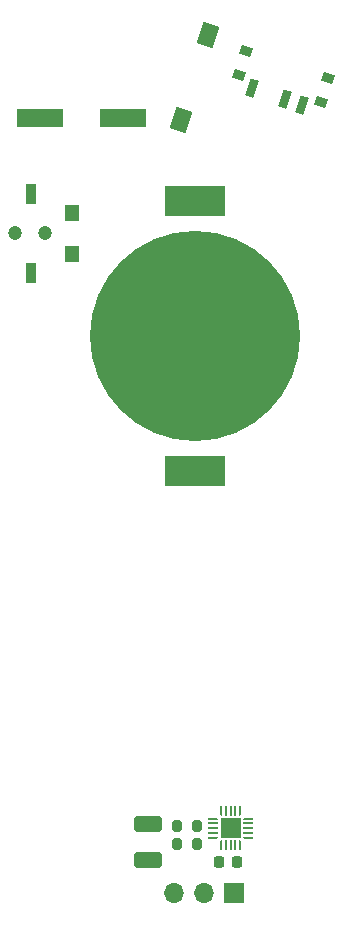
<source format=gbs>
G04 #@! TF.GenerationSoftware,KiCad,Pcbnew,7.0.2*
G04 #@! TF.CreationDate,2023-07-19T18:17:07-07:00*
G04 #@! TF.ProjectId,dc31-badge-sao,64633331-2d62-4616-9467-652d73616f2e,rev?*
G04 #@! TF.SameCoordinates,Original*
G04 #@! TF.FileFunction,Soldermask,Bot*
G04 #@! TF.FilePolarity,Negative*
%FSLAX46Y46*%
G04 Gerber Fmt 4.6, Leading zero omitted, Abs format (unit mm)*
G04 Created by KiCad (PCBNEW 7.0.2) date 2023-07-19 18:17:07*
%MOMM*%
%LPD*%
G01*
G04 APERTURE LIST*
G04 Aperture macros list*
%AMRoundRect*
0 Rectangle with rounded corners*
0 $1 Rounding radius*
0 $2 $3 $4 $5 $6 $7 $8 $9 X,Y pos of 4 corners*
0 Add a 4 corners polygon primitive as box body*
4,1,4,$2,$3,$4,$5,$6,$7,$8,$9,$2,$3,0*
0 Add four circle primitives for the rounded corners*
1,1,$1+$1,$2,$3*
1,1,$1+$1,$4,$5*
1,1,$1+$1,$6,$7*
1,1,$1+$1,$8,$9*
0 Add four rect primitives between the rounded corners*
20,1,$1+$1,$2,$3,$4,$5,0*
20,1,$1+$1,$4,$5,$6,$7,0*
20,1,$1+$1,$6,$7,$8,$9,0*
20,1,$1+$1,$8,$9,$2,$3,0*%
%AMRotRect*
0 Rectangle, with rotation*
0 The origin of the aperture is its center*
0 $1 length*
0 $2 width*
0 $3 Rotation angle, in degrees counterclockwise*
0 Add horizontal line*
21,1,$1,$2,0,0,$3*%
%AMFreePoly0*
4,1,14,0.085355,0.385355,0.100000,0.350000,0.100000,-0.350000,0.085355,-0.385355,0.050000,-0.400000,-0.050000,-0.400000,-0.085355,-0.385355,-0.100000,-0.350000,-0.100000,0.299289,-0.085355,0.334644,-0.034644,0.385355,0.000711,0.400000,0.050000,0.400000,0.085355,0.385355,0.085355,0.385355,$1*%
%AMFreePoly1*
4,1,14,0.034644,0.385355,0.085355,0.334644,0.100000,0.299289,0.100000,-0.350000,0.085355,-0.385355,0.050000,-0.400000,-0.050000,-0.400000,-0.085355,-0.385355,-0.100000,-0.350000,-0.100000,0.350000,-0.085355,0.385355,-0.050000,0.400000,-0.000711,0.400000,0.034644,0.385355,0.034644,0.385355,$1*%
%AMFreePoly2*
4,1,14,0.385355,0.085355,0.400000,0.050000,0.400000,-0.050000,0.385355,-0.085355,0.350000,-0.100000,-0.299289,-0.100000,-0.334644,-0.085355,-0.385355,-0.034644,-0.400000,0.000711,-0.400000,0.050000,-0.385355,0.085355,-0.350000,0.100000,0.350000,0.100000,0.385355,0.085355,0.385355,0.085355,$1*%
%AMFreePoly3*
4,1,14,0.385355,0.085355,0.400000,0.050000,0.400000,-0.050000,0.385355,-0.085355,0.350000,-0.100000,-0.350000,-0.100000,-0.385355,-0.085355,-0.400000,-0.050000,-0.400000,-0.000711,-0.385355,0.034644,-0.334644,0.085355,-0.299289,0.100000,0.350000,0.100000,0.385355,0.085355,0.385355,0.085355,$1*%
%AMFreePoly4*
4,1,14,0.085355,0.385355,0.100000,0.350000,0.100000,-0.299289,0.085355,-0.334644,0.034644,-0.385355,-0.000711,-0.400000,-0.050000,-0.400000,-0.085355,-0.385355,-0.100000,-0.350000,-0.100000,0.350000,-0.085355,0.385355,-0.050000,0.400000,0.050000,0.400000,0.085355,0.385355,0.085355,0.385355,$1*%
%AMFreePoly5*
4,1,14,0.085355,0.385355,0.100000,0.350000,0.100000,-0.350000,0.085355,-0.385355,0.050000,-0.400000,0.000711,-0.400000,-0.034644,-0.385355,-0.085355,-0.334644,-0.100000,-0.299289,-0.100000,0.350000,-0.085355,0.385355,-0.050000,0.400000,0.050000,0.400000,0.085355,0.385355,0.085355,0.385355,$1*%
%AMFreePoly6*
4,1,14,0.334644,0.085355,0.385355,0.034644,0.400000,-0.000711,0.400000,-0.050000,0.385355,-0.085355,0.350000,-0.100000,-0.350000,-0.100000,-0.385355,-0.085355,-0.400000,-0.050000,-0.400000,0.050000,-0.385355,0.085355,-0.350000,0.100000,0.299289,0.100000,0.334644,0.085355,0.334644,0.085355,$1*%
%AMFreePoly7*
4,1,14,0.385355,0.085355,0.400000,0.050000,0.400000,0.000711,0.385355,-0.034644,0.334644,-0.085355,0.299289,-0.100000,-0.350000,-0.100000,-0.385355,-0.085355,-0.400000,-0.050000,-0.400000,0.050000,-0.385355,0.085355,-0.350000,0.100000,0.350000,0.100000,0.385355,0.085355,0.385355,0.085355,$1*%
G04 Aperture macros list end*
%ADD10R,1.700000X1.700000*%
%ADD11O,1.700000X1.700000*%
%ADD12FreePoly0,90.000000*%
%ADD13RoundRect,0.050000X0.350000X-0.050000X0.350000X0.050000X-0.350000X0.050000X-0.350000X-0.050000X0*%
%ADD14FreePoly1,90.000000*%
%ADD15FreePoly2,90.000000*%
%ADD16RoundRect,0.050000X0.050000X-0.350000X0.050000X0.350000X-0.050000X0.350000X-0.050000X-0.350000X0*%
%ADD17FreePoly3,90.000000*%
%ADD18FreePoly4,90.000000*%
%ADD19FreePoly5,90.000000*%
%ADD20FreePoly6,90.000000*%
%ADD21FreePoly7,90.000000*%
%ADD22RotRect,1.900000X1.400000X71.700000*%
%ADD23R,4.000000X1.600000*%
%ADD24RoundRect,0.250000X0.925000X-0.412500X0.925000X0.412500X-0.925000X0.412500X-0.925000X-0.412500X0*%
%ADD25R,1.250000X1.400000*%
%ADD26R,0.950000X1.675000*%
%ADD27C,1.200000*%
%ADD28RoundRect,0.200000X-0.200000X-0.275000X0.200000X-0.275000X0.200000X0.275000X-0.200000X0.275000X0*%
%ADD29R,5.100000X2.500000*%
%ADD30C,17.800000*%
%ADD31RoundRect,0.225000X-0.225000X-0.250000X0.225000X-0.250000X0.225000X0.250000X-0.225000X0.250000X0*%
%ADD32RoundRect,0.200000X0.200000X0.275000X-0.200000X0.275000X-0.200000X-0.275000X0.200000X-0.275000X0*%
%ADD33RotRect,0.800000X1.000000X251.701000*%
%ADD34RotRect,0.700000X1.500000X341.701000*%
%ADD35C,0.001000*%
G04 APERTURE END LIST*
D10*
X120800000Y-134935000D03*
D11*
X118260000Y-134935000D03*
X115720000Y-134935000D03*
D10*
X120475000Y-129450000D03*
D12*
X121925000Y-130250000D03*
D13*
X121925000Y-129850000D03*
X121925000Y-129450000D03*
X121925000Y-129050000D03*
D14*
X121925000Y-128650000D03*
D15*
X121275000Y-128000000D03*
D16*
X120875000Y-128000000D03*
X120475000Y-128000000D03*
X120075000Y-128000000D03*
D17*
X119675000Y-128000000D03*
D18*
X119025000Y-128650000D03*
D13*
X119025000Y-129050000D03*
X119025000Y-129450000D03*
X119025000Y-129850000D03*
D19*
X119025000Y-130250000D03*
D20*
X119675000Y-130900000D03*
D16*
X120075000Y-130900000D03*
X120475000Y-130900000D03*
X120875000Y-130900000D03*
D21*
X121275000Y-130900000D03*
D22*
X116247528Y-69460346D03*
X118602472Y-62339654D03*
D23*
X104325000Y-69350000D03*
X111400000Y-69350000D03*
D24*
X113450000Y-129062500D03*
X113450000Y-132137500D03*
D25*
X107050000Y-80850000D03*
X107050000Y-77350000D03*
D26*
X103550000Y-82425000D03*
X103550000Y-75775000D03*
D27*
X102250000Y-79100000D03*
X104750000Y-79100000D03*
D28*
X115950000Y-129295000D03*
X117600000Y-129295000D03*
D29*
X117475000Y-99250000D03*
X117475000Y-76350000D03*
D30*
X117475000Y-87800000D03*
D31*
X119500000Y-132310000D03*
X121050000Y-132310000D03*
D32*
X117600000Y-130835000D03*
X115950000Y-130835000D03*
D33*
X128096481Y-67960891D03*
X128755830Y-65967086D03*
X121824984Y-63675062D03*
X121165635Y-65668867D03*
D34*
X122275055Y-66773035D03*
X125123348Y-67714962D03*
X126547494Y-68185926D03*
D35*
X126384879Y-66288940D03*
X123536586Y-65347012D03*
M02*

</source>
